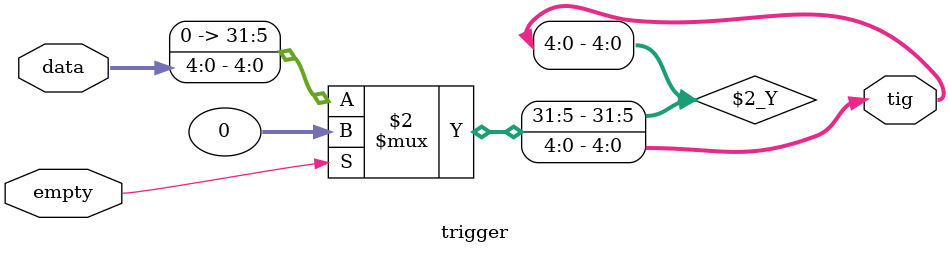
<source format=v>
`timescale 1ns / 1ps


module uart_stopwatch_top(
    input clk,
    input reset,
    input [1:0] sw_mode,
    input [3:0] btn,
    output [3:0] fnd_comm,
    output [7:0] fnd_font,
    output [3:0] led,
    input rx,
    output tx
    );

    wire [7:0] data;
    wire [4:0] ctl, w_ctl;
    wire tig;

    top_stopwatch u_top_stopwatch(
        .clk(clk),
        .reset(reset),
        .sw_mode(sw_mode),
        .btn(btn),
        .ctl(w_ctl),
        .fnd_comm(fnd_comm),
        .fnd_font(fnd_font),
        .led(led)
    );

    top_module u_uart(
        .clk(clk),
        .reset(reset),
        .rx(rx),
        .data(data),
        .tx(tx),
        .empty(w_tig)
    );
    
    uart_cu u_uart_cu(
        .i_data(data),
        .o_data(ctl)
    );
    
    trigger u_tig(
        .empty(w_tig),
        .data(ctl),
        .tig(w_ctl)
);
endmodule

module trigger (
    input empty,
    input [4:0] data,
    output [4:0] tig
);
    assign tig = empty? 0: data;
endmodule
</source>
